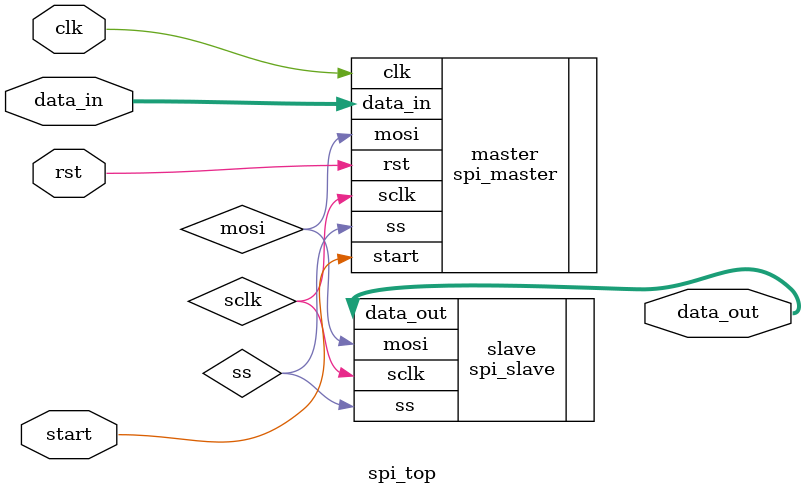
<source format=v>
module spi_top (
    input clk,
    input rst,
    input start,
    input [7:0] data_in,
    output [7:0] data_out
);

wire mosi, sclk, ss;

spi_master master (
    .clk(clk),
    .rst(rst),
    .data_in(data_in),
    .start(start),
    .mosi(mosi),
    .sclk(sclk),
    .ss(ss)
);

spi_slave slave (
    .sclk(sclk),
    .ss(ss),
    .mosi(mosi),
    .data_out(data_out)
);

endmodule

</source>
